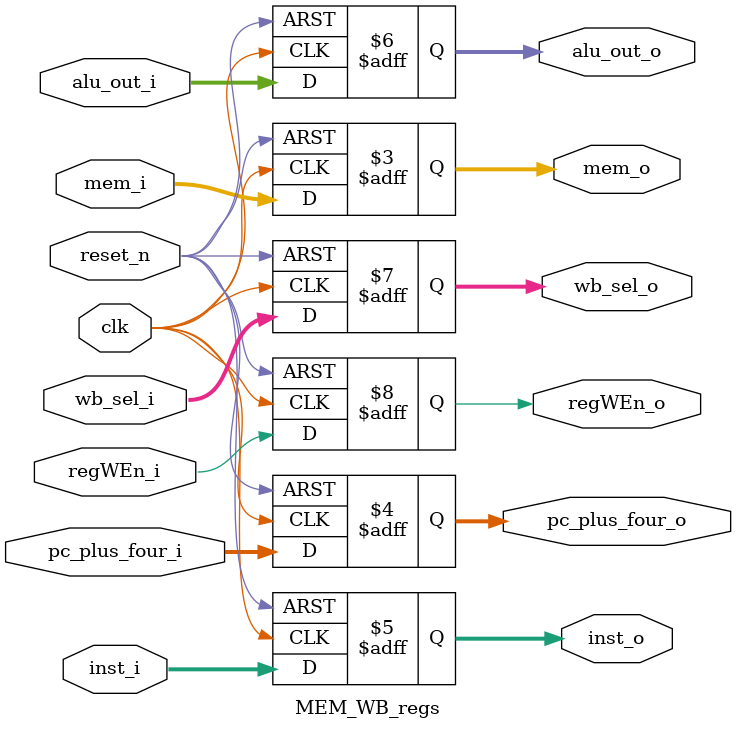
<source format=sv>
module MEM_WB_regs (
  input             clk, reset_n  ,
  input      [31:0] mem_i         ,
  input      [31:0] pc_plus_four_i, inst_i,
  input      [31:0] alu_out_i     ,
  input      [ 1:0] wb_sel_i      ,
  input             regWEn_i      ,
  output reg [31:0] mem_o         ,
  output reg [31:0] pc_plus_four_o, inst_o,
  output reg [31:0] alu_out_o     ,
  output reg [ 1:0] wb_sel_o      ,
  output reg        regWEn_o
);

  always_ff @(posedge clk or negedge reset_n) begin
    if(~reset_n) begin
      mem_o          <= 32'd0;
      regWEn_o       <= 1'd0;
      pc_plus_four_o <= 32'd0;
      alu_out_o      <= 32'd0;
      wb_sel_o       <= 2'd0;
      inst_o         <= 32'd0;
    end else begin
      mem_o          <= mem_i;
      regWEn_o       <= regWEn_i;
      pc_plus_four_o <= pc_plus_four_i;
      alu_out_o      <= alu_out_i;
      wb_sel_o       <= wb_sel_i;
      inst_o         <= inst_i;
    end
  end

endmodule

</source>
